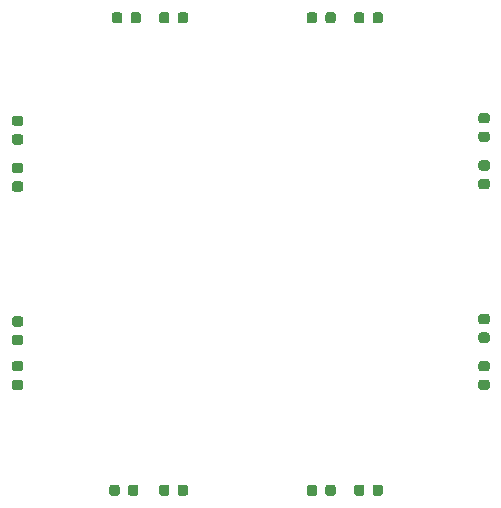
<source format=gbr>
%TF.GenerationSoftware,KiCad,Pcbnew,(5.99.0-2031-g4c5f3cb5b)*%
%TF.CreationDate,2020-06-28T22:12:08-05:00*%
%TF.ProjectId,InfinityMirrorSquare,496e6669-6e69-4747-994d-6972726f7253,rev?*%
%TF.SameCoordinates,Original*%
%TF.FileFunction,Paste,Top*%
%TF.FilePolarity,Positive*%
%FSLAX46Y46*%
G04 Gerber Fmt 4.6, Leading zero omitted, Abs format (unit mm)*
G04 Created by KiCad (PCBNEW (5.99.0-2031-g4c5f3cb5b)) date 2020-06-28 22:12:08*
%MOMM*%
%LPD*%
G01*
G04 APERTURE LIST*
G04 APERTURE END LIST*
%TO.C,D16*%
G36*
G01*
X129756250Y-62437500D02*
X129243750Y-62437500D01*
G75*
G02*
X129025000Y-62218750I0J218750D01*
G01*
X129025000Y-61781250D01*
G75*
G02*
X129243750Y-61562500I218750J0D01*
G01*
X129756250Y-61562500D01*
G75*
G02*
X129975000Y-61781250I0J-218750D01*
G01*
X129975000Y-62218750D01*
G75*
G02*
X129756250Y-62437500I-218750J0D01*
G01*
G37*
G36*
G01*
X129756250Y-64012500D02*
X129243750Y-64012500D01*
G75*
G02*
X129025000Y-63793750I0J218750D01*
G01*
X129025000Y-63356250D01*
G75*
G02*
X129243750Y-63137500I218750J0D01*
G01*
X129756250Y-63137500D01*
G75*
G02*
X129975000Y-63356250I0J-218750D01*
G01*
X129975000Y-63793750D01*
G75*
G02*
X129756250Y-64012500I-218750J0D01*
G01*
G37*
%TD*%
%TO.C,D15*%
G36*
G01*
X129756250Y-45437500D02*
X129243750Y-45437500D01*
G75*
G02*
X129025000Y-45218750I0J218750D01*
G01*
X129025000Y-44781250D01*
G75*
G02*
X129243750Y-44562500I218750J0D01*
G01*
X129756250Y-44562500D01*
G75*
G02*
X129975000Y-44781250I0J-218750D01*
G01*
X129975000Y-45218750D01*
G75*
G02*
X129756250Y-45437500I-218750J0D01*
G01*
G37*
G36*
G01*
X129756250Y-47012500D02*
X129243750Y-47012500D01*
G75*
G02*
X129025000Y-46793750I0J218750D01*
G01*
X129025000Y-46356250D01*
G75*
G02*
X129243750Y-46137500I218750J0D01*
G01*
X129756250Y-46137500D01*
G75*
G02*
X129975000Y-46356250I0J-218750D01*
G01*
X129975000Y-46793750D01*
G75*
G02*
X129756250Y-47012500I-218750J0D01*
G01*
G37*
%TD*%
%TO.C,D14*%
G36*
G01*
X129756250Y-58437500D02*
X129243750Y-58437500D01*
G75*
G02*
X129025000Y-58218750I0J218750D01*
G01*
X129025000Y-57781250D01*
G75*
G02*
X129243750Y-57562500I218750J0D01*
G01*
X129756250Y-57562500D01*
G75*
G02*
X129975000Y-57781250I0J-218750D01*
G01*
X129975000Y-58218750D01*
G75*
G02*
X129756250Y-58437500I-218750J0D01*
G01*
G37*
G36*
G01*
X129756250Y-60012500D02*
X129243750Y-60012500D01*
G75*
G02*
X129025000Y-59793750I0J218750D01*
G01*
X129025000Y-59356250D01*
G75*
G02*
X129243750Y-59137500I218750J0D01*
G01*
X129756250Y-59137500D01*
G75*
G02*
X129975000Y-59356250I0J-218750D01*
G01*
X129975000Y-59793750D01*
G75*
G02*
X129756250Y-60012500I-218750J0D01*
G01*
G37*
%TD*%
%TO.C,D13*%
G36*
G01*
X129756250Y-41437500D02*
X129243750Y-41437500D01*
G75*
G02*
X129025000Y-41218750I0J218750D01*
G01*
X129025000Y-40781250D01*
G75*
G02*
X129243750Y-40562500I218750J0D01*
G01*
X129756250Y-40562500D01*
G75*
G02*
X129975000Y-40781250I0J-218750D01*
G01*
X129975000Y-41218750D01*
G75*
G02*
X129756250Y-41437500I-218750J0D01*
G01*
G37*
G36*
G01*
X129756250Y-43012500D02*
X129243750Y-43012500D01*
G75*
G02*
X129025000Y-42793750I0J218750D01*
G01*
X129025000Y-42356250D01*
G75*
G02*
X129243750Y-42137500I218750J0D01*
G01*
X129756250Y-42137500D01*
G75*
G02*
X129975000Y-42356250I0J-218750D01*
G01*
X129975000Y-42793750D01*
G75*
G02*
X129756250Y-43012500I-218750J0D01*
G01*
G37*
%TD*%
%TO.C,D12*%
G36*
G01*
X99350000Y-72756250D02*
X99350000Y-72243750D01*
G75*
G02*
X99568750Y-72025000I218750J0D01*
G01*
X100006250Y-72025000D01*
G75*
G02*
X100225000Y-72243750I0J-218750D01*
G01*
X100225000Y-72756250D01*
G75*
G02*
X100006250Y-72975000I-218750J0D01*
G01*
X99568750Y-72975000D01*
G75*
G02*
X99350000Y-72756250I0J218750D01*
G01*
G37*
G36*
G01*
X97775000Y-72756250D02*
X97775000Y-72243750D01*
G75*
G02*
X97993750Y-72025000I218750J0D01*
G01*
X98431250Y-72025000D01*
G75*
G02*
X98650000Y-72243750I0J-218750D01*
G01*
X98650000Y-72756250D01*
G75*
G02*
X98431250Y-72975000I-218750J0D01*
G01*
X97993750Y-72975000D01*
G75*
G02*
X97775000Y-72756250I0J218750D01*
G01*
G37*
%TD*%
%TO.C,D11*%
G36*
G01*
X116062500Y-72756250D02*
X116062500Y-72243750D01*
G75*
G02*
X116281250Y-72025000I218750J0D01*
G01*
X116718750Y-72025000D01*
G75*
G02*
X116937500Y-72243750I0J-218750D01*
G01*
X116937500Y-72756250D01*
G75*
G02*
X116718750Y-72975000I-218750J0D01*
G01*
X116281250Y-72975000D01*
G75*
G02*
X116062500Y-72756250I0J218750D01*
G01*
G37*
G36*
G01*
X114487500Y-72756250D02*
X114487500Y-72243750D01*
G75*
G02*
X114706250Y-72025000I218750J0D01*
G01*
X115143750Y-72025000D01*
G75*
G02*
X115362500Y-72243750I0J-218750D01*
G01*
X115362500Y-72756250D01*
G75*
G02*
X115143750Y-72975000I-218750J0D01*
G01*
X114706250Y-72975000D01*
G75*
G02*
X114487500Y-72756250I0J218750D01*
G01*
G37*
%TD*%
%TO.C,D10*%
G36*
G01*
X103562500Y-72756250D02*
X103562500Y-72243750D01*
G75*
G02*
X103781250Y-72025000I218750J0D01*
G01*
X104218750Y-72025000D01*
G75*
G02*
X104437500Y-72243750I0J-218750D01*
G01*
X104437500Y-72756250D01*
G75*
G02*
X104218750Y-72975000I-218750J0D01*
G01*
X103781250Y-72975000D01*
G75*
G02*
X103562500Y-72756250I0J218750D01*
G01*
G37*
G36*
G01*
X101987500Y-72756250D02*
X101987500Y-72243750D01*
G75*
G02*
X102206250Y-72025000I218750J0D01*
G01*
X102643750Y-72025000D01*
G75*
G02*
X102862500Y-72243750I0J-218750D01*
G01*
X102862500Y-72756250D01*
G75*
G02*
X102643750Y-72975000I-218750J0D01*
G01*
X102206250Y-72975000D01*
G75*
G02*
X101987500Y-72756250I0J218750D01*
G01*
G37*
%TD*%
%TO.C,D9*%
G36*
G01*
X120062500Y-72756250D02*
X120062500Y-72243750D01*
G75*
G02*
X120281250Y-72025000I218750J0D01*
G01*
X120718750Y-72025000D01*
G75*
G02*
X120937500Y-72243750I0J-218750D01*
G01*
X120937500Y-72756250D01*
G75*
G02*
X120718750Y-72975000I-218750J0D01*
G01*
X120281250Y-72975000D01*
G75*
G02*
X120062500Y-72756250I0J218750D01*
G01*
G37*
G36*
G01*
X118487500Y-72756250D02*
X118487500Y-72243750D01*
G75*
G02*
X118706250Y-72025000I218750J0D01*
G01*
X119143750Y-72025000D01*
G75*
G02*
X119362500Y-72243750I0J-218750D01*
G01*
X119362500Y-72756250D01*
G75*
G02*
X119143750Y-72975000I-218750J0D01*
G01*
X118706250Y-72975000D01*
G75*
G02*
X118487500Y-72756250I0J218750D01*
G01*
G37*
%TD*%
%TO.C,D8*%
G36*
G01*
X90256250Y-58650000D02*
X89743750Y-58650000D01*
G75*
G02*
X89525000Y-58431250I0J218750D01*
G01*
X89525000Y-57993750D01*
G75*
G02*
X89743750Y-57775000I218750J0D01*
G01*
X90256250Y-57775000D01*
G75*
G02*
X90475000Y-57993750I0J-218750D01*
G01*
X90475000Y-58431250D01*
G75*
G02*
X90256250Y-58650000I-218750J0D01*
G01*
G37*
G36*
G01*
X90256250Y-60225000D02*
X89743750Y-60225000D01*
G75*
G02*
X89525000Y-60006250I0J218750D01*
G01*
X89525000Y-59568750D01*
G75*
G02*
X89743750Y-59350000I218750J0D01*
G01*
X90256250Y-59350000D01*
G75*
G02*
X90475000Y-59568750I0J-218750D01*
G01*
X90475000Y-60006250D01*
G75*
G02*
X90256250Y-60225000I-218750J0D01*
G01*
G37*
%TD*%
%TO.C,D7*%
G36*
G01*
X90256250Y-45650000D02*
X89743750Y-45650000D01*
G75*
G02*
X89525000Y-45431250I0J218750D01*
G01*
X89525000Y-44993750D01*
G75*
G02*
X89743750Y-44775000I218750J0D01*
G01*
X90256250Y-44775000D01*
G75*
G02*
X90475000Y-44993750I0J-218750D01*
G01*
X90475000Y-45431250D01*
G75*
G02*
X90256250Y-45650000I-218750J0D01*
G01*
G37*
G36*
G01*
X90256250Y-47225000D02*
X89743750Y-47225000D01*
G75*
G02*
X89525000Y-47006250I0J218750D01*
G01*
X89525000Y-46568750D01*
G75*
G02*
X89743750Y-46350000I218750J0D01*
G01*
X90256250Y-46350000D01*
G75*
G02*
X90475000Y-46568750I0J-218750D01*
G01*
X90475000Y-47006250D01*
G75*
G02*
X90256250Y-47225000I-218750J0D01*
G01*
G37*
%TD*%
%TO.C,D6*%
G36*
G01*
X90256250Y-62437500D02*
X89743750Y-62437500D01*
G75*
G02*
X89525000Y-62218750I0J218750D01*
G01*
X89525000Y-61781250D01*
G75*
G02*
X89743750Y-61562500I218750J0D01*
G01*
X90256250Y-61562500D01*
G75*
G02*
X90475000Y-61781250I0J-218750D01*
G01*
X90475000Y-62218750D01*
G75*
G02*
X90256250Y-62437500I-218750J0D01*
G01*
G37*
G36*
G01*
X90256250Y-64012500D02*
X89743750Y-64012500D01*
G75*
G02*
X89525000Y-63793750I0J218750D01*
G01*
X89525000Y-63356250D01*
G75*
G02*
X89743750Y-63137500I218750J0D01*
G01*
X90256250Y-63137500D01*
G75*
G02*
X90475000Y-63356250I0J-218750D01*
G01*
X90475000Y-63793750D01*
G75*
G02*
X90256250Y-64012500I-218750J0D01*
G01*
G37*
%TD*%
%TO.C,D5*%
G36*
G01*
X90256250Y-41650000D02*
X89743750Y-41650000D01*
G75*
G02*
X89525000Y-41431250I0J218750D01*
G01*
X89525000Y-40993750D01*
G75*
G02*
X89743750Y-40775000I218750J0D01*
G01*
X90256250Y-40775000D01*
G75*
G02*
X90475000Y-40993750I0J-218750D01*
G01*
X90475000Y-41431250D01*
G75*
G02*
X90256250Y-41650000I-218750J0D01*
G01*
G37*
G36*
G01*
X90256250Y-43225000D02*
X89743750Y-43225000D01*
G75*
G02*
X89525000Y-43006250I0J218750D01*
G01*
X89525000Y-42568750D01*
G75*
G02*
X89743750Y-42350000I218750J0D01*
G01*
X90256250Y-42350000D01*
G75*
G02*
X90475000Y-42568750I0J-218750D01*
G01*
X90475000Y-43006250D01*
G75*
G02*
X90256250Y-43225000I-218750J0D01*
G01*
G37*
%TD*%
%TO.C,D4*%
G36*
G01*
X120062500Y-32756250D02*
X120062500Y-32243750D01*
G75*
G02*
X120281250Y-32025000I218750J0D01*
G01*
X120718750Y-32025000D01*
G75*
G02*
X120937500Y-32243750I0J-218750D01*
G01*
X120937500Y-32756250D01*
G75*
G02*
X120718750Y-32975000I-218750J0D01*
G01*
X120281250Y-32975000D01*
G75*
G02*
X120062500Y-32756250I0J218750D01*
G01*
G37*
G36*
G01*
X118487500Y-32756250D02*
X118487500Y-32243750D01*
G75*
G02*
X118706250Y-32025000I218750J0D01*
G01*
X119143750Y-32025000D01*
G75*
G02*
X119362500Y-32243750I0J-218750D01*
G01*
X119362500Y-32756250D01*
G75*
G02*
X119143750Y-32975000I-218750J0D01*
G01*
X118706250Y-32975000D01*
G75*
G02*
X118487500Y-32756250I0J218750D01*
G01*
G37*
%TD*%
%TO.C,D3*%
G36*
G01*
X103562500Y-32756250D02*
X103562500Y-32243750D01*
G75*
G02*
X103781250Y-32025000I218750J0D01*
G01*
X104218750Y-32025000D01*
G75*
G02*
X104437500Y-32243750I0J-218750D01*
G01*
X104437500Y-32756250D01*
G75*
G02*
X104218750Y-32975000I-218750J0D01*
G01*
X103781250Y-32975000D01*
G75*
G02*
X103562500Y-32756250I0J218750D01*
G01*
G37*
G36*
G01*
X101987500Y-32756250D02*
X101987500Y-32243750D01*
G75*
G02*
X102206250Y-32025000I218750J0D01*
G01*
X102643750Y-32025000D01*
G75*
G02*
X102862500Y-32243750I0J-218750D01*
G01*
X102862500Y-32756250D01*
G75*
G02*
X102643750Y-32975000I-218750J0D01*
G01*
X102206250Y-32975000D01*
G75*
G02*
X101987500Y-32756250I0J218750D01*
G01*
G37*
%TD*%
%TO.C,D2*%
G36*
G01*
X116062500Y-32756250D02*
X116062500Y-32243750D01*
G75*
G02*
X116281250Y-32025000I218750J0D01*
G01*
X116718750Y-32025000D01*
G75*
G02*
X116937500Y-32243750I0J-218750D01*
G01*
X116937500Y-32756250D01*
G75*
G02*
X116718750Y-32975000I-218750J0D01*
G01*
X116281250Y-32975000D01*
G75*
G02*
X116062500Y-32756250I0J218750D01*
G01*
G37*
G36*
G01*
X114487500Y-32756250D02*
X114487500Y-32243750D01*
G75*
G02*
X114706250Y-32025000I218750J0D01*
G01*
X115143750Y-32025000D01*
G75*
G02*
X115362500Y-32243750I0J-218750D01*
G01*
X115362500Y-32756250D01*
G75*
G02*
X115143750Y-32975000I-218750J0D01*
G01*
X114706250Y-32975000D01*
G75*
G02*
X114487500Y-32756250I0J218750D01*
G01*
G37*
%TD*%
%TO.C,D1*%
G36*
G01*
X99562500Y-32756250D02*
X99562500Y-32243750D01*
G75*
G02*
X99781250Y-32025000I218750J0D01*
G01*
X100218750Y-32025000D01*
G75*
G02*
X100437500Y-32243750I0J-218750D01*
G01*
X100437500Y-32756250D01*
G75*
G02*
X100218750Y-32975000I-218750J0D01*
G01*
X99781250Y-32975000D01*
G75*
G02*
X99562500Y-32756250I0J218750D01*
G01*
G37*
G36*
G01*
X97987500Y-32756250D02*
X97987500Y-32243750D01*
G75*
G02*
X98206250Y-32025000I218750J0D01*
G01*
X98643750Y-32025000D01*
G75*
G02*
X98862500Y-32243750I0J-218750D01*
G01*
X98862500Y-32756250D01*
G75*
G02*
X98643750Y-32975000I-218750J0D01*
G01*
X98206250Y-32975000D01*
G75*
G02*
X97987500Y-32756250I0J218750D01*
G01*
G37*
%TD*%
M02*

</source>
